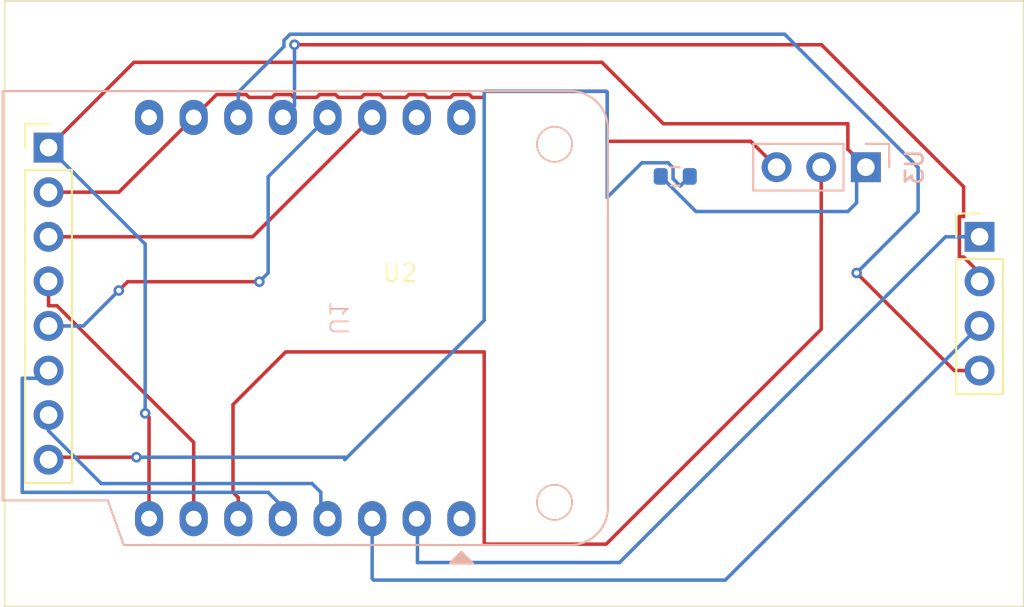
<source format=kicad_pcb>
(kicad_pcb (version 20241129) (generator "pcbnew") (generator_version "9.0")
  (layers (0 "F.Cu" signal) (2 "B.Cu" signal) (13 "F.Paste" user) (15 "B.Paste" user) (5 "F.SilkS" user "F.Silkscreen") (7 "B.SilkS" user "B.Silkscreen") (1 "F.Mask" user) (3 "B.Mask" user) (25 "Edge.Cuts" user))
  (net 0 "")
  (net 1 "Net-(U2-LED)")
  (net 2 "3v")
  (net 3 "gnd")
  (net 4 "Net-(U1-IO8)")
  (net 5 "SCK")
  (net 8 "SDA")
  (net 10 "Net-(U1-IO1)")
  (net 12 "Net-(U1-IO5)")
  (net 13 "Net-(U1-IO0)")
  (net 14 "MOSI")
  (net 15 "Net-(U1-CS0{slash}IO10)")
  (net 16 "MISO")
  (net 17 "cs")
  (footprint "asylum-weather:TFT_ST7735_SD" (layer "F.Cu") (at 162 79)
    (property "Reference" "U2" (at 0 -1.5 0) (layer "F.SilkS") (effects (font (thickness 0.1))))
    (property "Value" "TFT_ST7735_SD")
    (fp_line (start -21.33 -9.97) (end -20 -9.97) (stroke (width 0.12)) (layer "F.SilkS"))
    (fp_line (start -21.33 -8.64) (end -21.33 -9.97) (stroke (width 0.12)) (layer "F.SilkS"))
    (fp_line (start -21.33 -7.37) (end -21.33 10.47) (stroke (width 0.12)) (layer "F.SilkS"))
    (fp_line (start -21.33 -7.37) (end -18.67 -7.37) (stroke (width 0.12)) (layer "F.SilkS"))
    (fp_line (start -21.33 10.47) (end -18.67 10.47) (stroke (width 0.12)) (layer "F.SilkS"))
    (fp_line (start -18.67 -7.37) (end -18.67 10.47) (stroke (width 0.12)) (layer "F.SilkS"))
    (fp_line (start 31.67 -4.89) (end 33 -4.89) (stroke (width 0.12)) (layer "F.SilkS"))
    (fp_line (start 31.67 -3.56) (end 31.67 -4.89) (stroke (width 0.12)) (layer "F.SilkS"))
    (fp_line (start 31.67 -2.29) (end 31.67 5.39) (stroke (width 0.12)) (layer "F.SilkS"))
    (fp_line (start 31.67 -2.29) (end 34.33 -2.29) (stroke (width 0.12)) (layer "F.SilkS"))
    (fp_line (start 31.67 5.39) (end 34.33 5.39) (stroke (width 0.12)) (layer "F.SilkS"))
    (fp_line (start 34.33 -2.29) (end 34.33 5.39) (stroke (width 0.12)) (layer "F.SilkS"))
    (fp_rect (start -22.5 -17) (end 35.5 17.5) (stroke (width 0.1)) (fill no) (layer "F.SilkS"))
    (pad "1" thru_hole rect (at -20 -8.64) (size 1.7 1.7) (drill 1) (layers "*.Cu" "*.Mask") (net 2 "3v"))
    (pad "2" thru_hole oval (at -20 -6.1) (size 1.7 1.7) (drill 1) (layers "*.Cu" "*.Mask") (net 3 "gnd"))
    (pad "3" thru_hole oval (at -20 -3.56) (size 1.7 1.7) (drill 1) (layers "*.Cu" "*.Mask") (net 15 "Net-(U1-CS0{slash}IO10)"))
    (pad "4" thru_hole oval (at -20 -1.02) (size 1.7 1.7) (drill 1) (layers "*.Cu" "*.Mask") (net 12 "Net-(U1-IO5)"))
    (pad "5" thru_hole oval (at -20 1.52) (size 1.7 1.7) (drill 1) (layers "*.Cu" "*.Mask") (net 4 "Net-(U1-IO8)"))
    (pad "6" thru_hole oval (at -20 4.06) (size 1.7 1.7) (drill 1) (layers "*.Cu" "*.Mask") (net 13 "Net-(U1-IO0)"))
    (pad "7" thru_hole oval (at -20 6.6) (size 1.7 1.7) (drill 1) (layers "*.Cu" "*.Mask") (net 10 "Net-(U1-IO1)"))
    (pad "8" thru_hole oval (at -20 9.14) (size 1.7 1.7) (drill 1) (layers "*.Cu" "*.Mask") (net 1 "Net-(U2-LED)"))
    (pad "9" thru_hole rect (at 33 -3.56) (size 1.7 1.7) (drill 1) (layers "*.Cu" "*.Mask") (net 17 "cs"))
    (pad "10" thru_hole oval (at 33 -1.02) (size 1.7 1.7) (drill 1) (layers "*.Cu" "*.Mask") (net 14 "MOSI"))
    (pad "11" thru_hole oval (at 33 1.52) (size 1.7 1.7) (drill 1) (layers "*.Cu" "*.Mask") (net 16 "MISO"))
    (pad "12" thru_hole oval (at 33 4.06) (size 1.7 1.7) (drill 1) (layers "*.Cu" "*.Mask") (net 5 "SCK"))
  )
  (footprint "Resistor_SMD:R_0603_1608Metric" (layer "B.Cu") (at 177.675 72)
    (property "Reference" "R1" (hide yes))
    (property "Value" "R")
    (fp_line (start -0.237258 -0.5225) (end 0.237258 -0.5225) (stroke (width 0.12)) (layer "B.SilkS"))
    (fp_line (start -0.237258 0.5225) (end 0.237258 0.5225) (stroke (width 0.12)) (layer "B.SilkS"))
    (pad "1" smd roundrect (at -0.825 0) (size 0.8 0.95) (layers "B.Cu" "B.Mask" "B.Paste") (net 2 "3v"))
    (pad "2" smd roundrect (at 0.825 0) (size 0.8 0.95) (layers "B.Cu" "B.Mask" "B.Paste") (net 1 "Net-(U2-LED)"))
  )
  (footprint "asylum-weather:DHT11" (layer "B.Cu") (at 188.525 71.475 90)
    (property "Reference" "U3" (at 0 2.77 90) (layer "B.SilkS") (effects (justify mirror)))
    (property "Value" "AM2302")
    (fp_line (start -1.33 -6.41) (end 1.33 -6.41) (stroke (width 0.12)) (layer "B.SilkS"))
    (fp_line (start 1.33 -1.27) (end 1.33 -6.41) (stroke (width 0.12)) (layer "B.SilkS"))
    (fp_line (start -1.33 -1.27) (end -1.33 -6.41) (stroke (width 0.12)) (layer "B.SilkS"))
    (fp_line (start -1.33 -1.27) (end 1.33 -1.27) (stroke (width 0.12)) (layer "B.SilkS"))
    (fp_line (start 1.33 1.33) (end 1.33 0) (stroke (width 0.12)) (layer "B.SilkS"))
    (fp_line (start 0 1.33) (end 1.33 1.33) (stroke (width 0.12)) (layer "B.SilkS"))
    (pad "1" thru_hole rect (at 0 0 90) (size 1.7 1.7) (drill 1) (layers "F&B.Cu" "*.Mask") (net 2 "3v"))
    (pad "2" thru_hole oval (at 0 -2.54 90) (size 1.7 1.7) (drill 1) (layers "F&B.Cu" "*.Mask") (net 8 "SDA"))
    (pad "3" thru_hole oval (at 0 -5.08 90) (size 1.7 1.7) (drill 1) (layers "F&B.Cu" "*.Mask") (net 3 "gnd"))
  )
  (footprint "asylum-weather:WEMOS_C3_mini" (layer "B.Cu") (at 158 80.07 90)
    (property "Reference" "U1" (at 0 0.5 -90) (layer "B.SilkS") (effects (font (thickness 0.1)) (justify mirror)))
    (property "Value" "WEMOS_C3_Mini")
    (fp_line (start 12.93 -18.62) (end 12.93 13.71) (stroke (width 0.12)) (layer "B.SilkS"))
    (fp_line (start -10.39 -18.62) (end 12.93 -18.62) (stroke (width 0.12)) (layer "B.SilkS"))
    (fp_line (start -10.39 -12.63) (end -10.39 -18.62) (stroke (width 0.12)) (layer "B.SilkS"))
    (fp_line (start -12.93 -11.72) (end -10.39 -12.63) (stroke (width 0.12)) (layer "B.SilkS"))
    (fp_line (start -12.93 -11.72) (end -12.93 13.71) (stroke (width 0.12)) (layer "B.SilkS"))
    (fp_line (start 10.81 15.84) (end -10.8 15.84) (stroke (width 0.12)) (layer "B.SilkS"))
    (fp_arc (start 12.93 13.71) (mid 12.306137 15.216137) (end 10.8 15.84) (stroke (width 0.12)) (layer "B.SilkS"))
    (fp_arc (start -10.8 15.84) (mid -12.306137 15.216137) (end -12.93 13.71) (stroke (width 0.12)) (layer "B.SilkS"))
    (fp_circle (center 9.9 12.8) (end 10.9 12.8) (stroke (width 0.1)) (fill no) (layer "B.SilkS"))
    (fp_circle (center -10.5 12.8) (end -9.5 12.8) (stroke (width 0.1)) (fill no) (layer "B.SilkS"))
    (fp_poly (pts (xy -13.97 8.135) (xy -13.97 6.865) (xy -13.335 7.5)) (stroke (width 0.15)) (fill yes) (layer "B.SilkS"))
    (pad "1" thru_hole oval (at -11.43 7.5 90) (size 2 1.6) (drill 0.9) (layers "F&B.Cu" "*.Mask"))
    (pad "2" thru_hole oval (at -11.43 4.96 90) (size 2 1.6) (drill 0.9) (layers "F&B.Cu" "*.Mask") (net 17 "cs"))
    (pad "3" thru_hole oval (at -11.43 2.42 90) (size 2 1.6) (drill 0.9) (layers "F&B.Cu" "*.Mask") (net 16 "MISO"))
    (pad "4" thru_hole oval (at -11.43 -0.12 90) (size 2 1.6) (drill 0.9) (layers "F&B.Cu" "*.Mask") (net 10 "Net-(U1-IO1)"))
    (pad "5" thru_hole oval (at -11.43 -2.66 90) (size 2 1.6) (drill 0.9) (layers "F&B.Cu" "*.Mask") (net 13 "Net-(U1-IO0)"))
    (pad "6" thru_hole oval (at -11.43 -5.2 90) (size 2 1.6) (drill 0.9) (layers "F&B.Cu" "*.Mask") (net 8 "SDA"))
    (pad "7" thru_hole oval (at -11.43 -7.74 90) (size 2 1.6) (drill 0.9) (layers "F&B.Cu" "*.Mask") (net 12 "Net-(U1-IO5)"))
    (pad "8" thru_hole oval (at -11.43 -10.28 90) (size 2 1.6) (drill 0.9) (layers "F&B.Cu" "*.Mask") (net 2 "3v"))
    (pad "9" thru_hole oval (at 11.43 -10.28 90) (size 2 1.6) (drill 0.9) (layers "F&B.Cu" "*.Mask"))
    (pad "10" thru_hole oval (at 11.43 -7.74 90) (size 2 1.6) (drill 0.9) (layers "F&B.Cu" "*.Mask") (net 3 "gnd"))
    (pad "11" thru_hole oval (at 11.43 -5.2 90) (size 2 1.6) (drill 0.9) (layers "F&B.Cu" "*.Mask") (net 5 "SCK"))
    (pad "12" thru_hole oval (at 11.43 -2.66 90) (size 2 1.6) (drill 0.9) (layers "F&B.Cu" "*.Mask") (net 14 "MOSI"))
    (pad "13" thru_hole oval (at 11.43 -0.12 90) (size 2 1.6) (drill 0.9) (layers "F&B.Cu" "*.Mask") (net 4 "Net-(U1-IO8)"))
    (pad "14" thru_hole oval (at 11.43 2.42 90) (size 2 1.6) (drill 0.9) (layers "F&B.Cu" "*.Mask") (net 15 "Net-(U1-CS0{slash}IO10)"))
    (pad "15" thru_hole oval (at 11.43 4.96 90) (size 2 1.6) (drill 0.9) (layers "F&B.Cu" "*.Mask"))
    (pad "16" thru_hole oval (at 11.43 7.5 90) (size 2 1.6) (drill 0.9) (layers "F&B.Cu" "*.Mask"))
  )
  (gr_rect (start 139.5 62) (end 197.5 96.5) (stroke (width 0.05)) (fill no) (layer "Edge.Cuts"))
  (segment (start 147 88) (end 142.14 88) (width 0.2) (layer "F.Cu") (net 1))
  (segment (start 142.14 88) (end 142 88.14) (width 0.2) (layer "F.Cu") (net 1))
  (via (at 147 88) (size 0.6) (drill 0.3) (layers "F.Cu" "B.Cu") (net 1))
  (segment (start 166.799 80.201) (end 159 88) (width 0.2) (layer "B.Cu") (net 1))
  (segment (start 178.5 72) (end 177.95855 72.54145) (width 0.2) (layer "B.Cu") (net 1))
  (segment (start 173.801 67.208164) (end 173.741836 67.149) (width 0.2) (layer "B.Cu") (net 1))
  (segment (start 159 88) (end 147 88) (width 0.2) (layer "B.Cu") (net 1))
  (segment (start 177.551 72.1339) (end 177.551 71.511936) (width 0.2) (layer "B.Cu") (net 1))
  (segment (start 177.263064 71.224) (end 175.776 71.224) (width 0.2) (layer "B.Cu") (net 1))
  (segment (start 177.551 71.511936) (end 177.263064 71.224) (width 0.2) (layer "B.Cu") (net 1))
  (segment (start 175.776 71.224) (end 173.801 73.199) (width 0.2) (layer "B.Cu") (net 1))
  (segment (start 159 88) (end 158.86 88.14) (width 0.2) (layer "B.Cu") (net 1))
  (segment (start 166.799 67.208164) (end 166.799 80.201) (width 0.2) (layer "B.Cu") (net 1))
  (segment (start 173.741836 67.149) (end 166.858164 67.149) (width 0.2) (layer "B.Cu") (net 1))
  (segment (start 166.858164 67.149) (end 166.799 67.208164) (width 0.2) (layer "B.Cu") (net 1))
  (segment (start 177.95855 72.54145) (end 177.551 72.1339) (width 0.2) (layer "B.Cu") (net 1))
  (segment (start 173.801 73.199) (end 173.801 67.208164) (width 0.2) (layer "B.Cu") (net 1))
  (segment (start 147.72 91.5) (end 147.72 85.72) (width 0.2) (layer "F.Cu") (net 2))
  (segment (start 173.5 65.5) (end 177 69) (width 0.2) (layer "F.Cu") (net 2))
  (segment (start 177 69) (end 187.5 69) (width 0.2) (layer "F.Cu") (net 2))
  (segment (start 187.5 70.45) (end 188.525 71.475) (width 0.2) (layer "F.Cu") (net 2))
  (segment (start 187.5 69) (end 187.5 70.45) (width 0.2) (layer "F.Cu") (net 2))
  (segment (start 142 70.36) (end 146.86 65.5) (width 0.2) (layer "F.Cu") (net 2))
  (segment (start 147.72 85.72) (end 147.5 85.5) (width 0.2) (layer "F.Cu") (net 2))
  (segment (start 146.86 65.5) (end 173.5 65.5) (width 0.2) (layer "F.Cu") (net 2))
  (via (at 147.5 85.5) (size 0.6) (drill 0.3) (layers "F.Cu" "B.Cu") (net 2))
  (segment (start 188 73.5) (end 188 72) (width 0.2) (layer "B.Cu") (net 2))
  (segment (start 187.5 74) (end 188 73.5) (width 0.2) (layer "B.Cu") (net 2))
  (segment (start 178.85 74) (end 187.5 74) (width 0.2) (layer "B.Cu") (net 2))
  (segment (start 188 72) (end 188.525 71.475) (width 0.2) (layer "B.Cu") (net 2))
  (segment (start 147.5 85.5) (end 147.5 75.86) (width 0.2) (layer "B.Cu") (net 2))
  (segment (start 176.85 72) (end 178.85 74) (width 0.2) (layer "B.Cu") (net 2))
  (segment (start 147.5 75.86) (end 142 70.36) (width 0.2) (layer "B.Cu") (net 2))
  (segment (start 159.802951 67.5) (end 158.497049 67.5) (width 0.2) (layer "F.Cu") (net 3))
  (segment (start 159.963951 67.339) (end 159.802951 67.5) (width 0.2) (layer "F.Cu") (net 3))
  (segment (start 173.741836 67.149) (end 166.858164 67.149) (width 0.2) (layer "F.Cu") (net 3))
  (segment (start 154.883951 67.339) (end 154.722951 67.5) (width 0.2) (layer "F.Cu") (net 3))
  (segment (start 154.722951 67.5) (end 153.417049 67.5) (width 0.2) (layer "F.Cu") (net 3))
  (segment (start 162.342951 67.5) (end 161.037049 67.5) (width 0.2) (layer "F.Cu") (net 3))
  (segment (start 166.117049 67.5) (end 165.956049 67.339) (width 0.2) (layer "F.Cu") (net 3))
  (segment (start 166.799 67.5) (end 166.117049 67.5) (width 0.2) (layer "F.Cu") (net 3))
  (segment (start 161.037049 67.5) (end 160.876049 67.339) (width 0.2) (layer "F.Cu") (net 3))
  (segment (start 157.262951 67.5) (end 155.957049 67.5) (width 0.2) (layer "F.Cu") (net 3))
  (segment (start 163.577049 67.5) (end 163.416049 67.339) (width 0.2) (layer "F.Cu") (net 3))
  (segment (start 166.799 67.208164) (end 166.799 67.5) (width 0.2) (layer "F.Cu") (net 3))
  (segment (start 155.957049 67.5) (end 155.796049 67.339) (width 0.2) (layer "F.Cu") (net 3))
  (segment (start 173.801 67.208164) (end 173.741836 67.149) (width 0.2) (layer "F.Cu") (net 3))
  (segment (start 153.417049 67.5) (end 153.256049 67.339) (width 0.2) (layer "F.Cu") (net 3))
  (segment (start 165.043951 67.339) (end 164.882951 67.5) (width 0.2) (layer "F.Cu") (net 3))
  (segment (start 153.256049 67.339) (end 151.561 67.339) (width 0.2) (layer "F.Cu") (net 3))
  (segment (start 181.97 70) (end 173.801 70) (width 0.2) (layer "F.Cu") (net 3))
  (segment (start 164.882951 67.5) (end 163.577049 67.5) (width 0.2) (layer "F.Cu") (net 3))
  (segment (start 151.561 67.339) (end 150.26 68.64) (width 0.2) (layer "F.Cu") (net 3))
  (segment (start 160.876049 67.339) (end 159.963951 67.339) (width 0.2) (layer "F.Cu") (net 3))
  (segment (start 157.423951 67.339) (end 157.262951 67.5) (width 0.2) (layer "F.Cu") (net 3))
  (segment (start 165.956049 67.339) (end 165.043951 67.339) (width 0.2) (layer "F.Cu") (net 3))
  (segment (start 158.336049 67.339) (end 157.423951 67.339) (width 0.2) (layer "F.Cu") (net 3))
  (segment (start 155.796049 67.339) (end 154.883951 67.339) (width 0.2) (layer "F.Cu") (net 3))
  (segment (start 142 72.9) (end 146 72.9) (width 0.2) (layer "F.Cu") (net 3))
  (segment (start 173.801 70) (end 173.801 67.208164) (width 0.2) (layer "F.Cu") (net 3))
  (segment (start 158.497049 67.5) (end 158.336049 67.339) (width 0.2) (layer "F.Cu") (net 3))
  (segment (start 166.858164 67.149) (end 166.799 67.208164) (width 0.2) (layer "F.Cu") (net 3))
  (segment (start 183.445 71.475) (end 181.97 70) (width 0.2) (layer "F.Cu") (net 3))
  (segment (start 162.503951 67.339) (end 162.342951 67.5) (width 0.2) (layer "F.Cu") (net 3))
  (segment (start 163.416049 67.339) (end 162.503951 67.339) (width 0.2) (layer "F.Cu") (net 3))
  (segment (start 146 72.9) (end 150.26 68.64) (width 0.2) (layer "F.Cu") (net 3))
  (segment (start 146 78.5) (end 146.5 78) (width 0.2) (layer "F.Cu") (net 4))
  (segment (start 146.5 78) (end 154 78) (width 0.2) (layer "F.Cu") (net 4))
  (via (at 154 78) (size 0.6) (drill 0.3) (layers "F.Cu" "B.Cu") (net 4))
  (via (at 146 78.5) (size 0.6) (drill 0.3) (layers "F.Cu" "B.Cu") (net 4))
  (segment (start 154 78) (end 154.5 77.5) (width 0.2) (layer "B.Cu") (net 4))
  (segment (start 143.98 80.52) (end 146 78.5) (width 0.2) (layer "B.Cu") (net 4))
  (segment (start 154.5 77.5) (end 154.5 72.02) (width 0.2) (layer "B.Cu") (net 4))
  (segment (start 154.5 72.02) (end 157.88 68.64) (width 0.2) (layer "B.Cu") (net 4))
  (segment (start 142 80.52) (end 143.98 80.52) (width 0.2) (layer "B.Cu") (net 4))
  (segment (start 188 77.5) (end 193.56 83.06) (width 0.2) (layer "F.Cu") (net 5))
  (segment (start 193.56 83.06) (end 195 83.06) (width 0.2) (layer "F.Cu") (net 5))
  (via (at 188 77.5) (size 0.6) (drill 0.3) (layers "F.Cu" "B.Cu") (net 5))
  (segment (start 155.399 64.601) (end 155.399 64.251057) (width 0.2) (layer "B.Cu") (net 5))
  (segment (start 191.5 74) (end 188 77.5) (width 0.2) (layer "B.Cu") (net 5))
  (segment (start 191.5 71.5) (end 191.5 74) (width 0.2) (layer "B.Cu") (net 5))
  (segment (start 155.751057 63.899) (end 183.899 63.899) (width 0.2) (layer "B.Cu") (net 5))
  (segment (start 152.8 68.64) (end 152.8 67.2) (width 0.2) (layer "B.Cu") (net 5))
  (segment (start 183.899 63.899) (end 191.5 71.5) (width 0.2) (layer "B.Cu") (net 5))
  (segment (start 152.8 67.2) (end 155.399 64.601) (width 0.2) (layer "B.Cu") (net 5))
  (segment (start 155.399 64.251057) (end 155.751057 63.899) (width 0.2) (layer "B.Cu") (net 5))
  (segment (start 155.5 82) (end 166.799 82) (width 0.2) (layer "F.Cu") (net 8))
  (segment (start 152.5 90) (end 152.5 85) (width 0.2) (layer "F.Cu") (net 8))
  (segment (start 166.799 82) (end 166.799 92.891836) (width 0.2) (layer "F.Cu") (net 8))
  (segment (start 166.858164 92.951) (end 173.741836 92.951) (width 0.2) (layer "F.Cu") (net 8))
  (segment (start 166.799 92.891836) (end 166.858164 92.951) (width 0.2) (layer "F.Cu") (net 8))
  (segment (start 152.5 85) (end 155.5 82) (width 0.2) (layer "F.Cu") (net 8))
  (segment (start 152.8 91.5) (end 152.8 90.3) (width 0.2) (layer "F.Cu") (net 8))
  (segment (start 185.985 80.707836) (end 185.985 71.475) (width 0.2) (layer "F.Cu") (net 8))
  (segment (start 173.741836 92.951) (end 185.985 80.707836) (width 0.2) (layer "F.Cu") (net 8))
  (segment (start 152.8 90.3) (end 152.5 90) (width 0.2) (layer "F.Cu") (net 8))
  (segment (start 145 89.5) (end 157 89.5) (width 0.2) (layer "B.Cu") (net 10))
  (segment (start 142 86.5) (end 145 89.5) (width 0.2) (layer "B.Cu") (net 10))
  (segment (start 142 85.6) (end 142 86.5) (width 0.2) (layer "B.Cu") (net 10))
  (segment (start 157.5 91.12) (end 157.88 91.5) (width 0.2) (layer "B.Cu") (net 10))
  (segment (start 157 89.5) (end 157.5 90) (width 0.2) (layer "B.Cu") (net 10))
  (segment (start 157.5 90) (end 157.5 91.12) (width 0.2) (layer "B.Cu") (net 10))
  (segment (start 150.26 87.15224) (end 150.26 91.5) (width 0.2) (layer "F.Cu") (net 12))
  (segment (start 142 79.369) (end 142.47676 79.369) (width 0.2) (layer "F.Cu") (net 12))
  (segment (start 142 77.98) (end 142 79.369) (width 0.2) (layer "F.Cu") (net 12))
  (segment (start 142.47676 79.369) (end 150.26 87.15224) (width 0.2) (layer "F.Cu") (net 12))
  (segment (start 155.34 90.84) (end 154.5 90) (width 0.2) (layer "B.Cu") (net 13))
  (segment (start 140.5 90) (end 140.5 83.5) (width 0.2) (layer "B.Cu") (net 13))
  (segment (start 140.5 83.5) (end 141.56 83.5) (width 0.2) (layer "B.Cu") (net 13))
  (segment (start 154.5 90) (end 140.5 90) (width 0.2) (layer "B.Cu") (net 13))
  (segment (start 155.34 91.5) (end 155.34 90.84) (width 0.2) (layer "B.Cu") (net 13))
  (segment (start 141.56 83.5) (end 142 83.06) (width 0.2) (layer "B.Cu") (net 13))
  (segment (start 186 64.5) (end 156 64.5) (width 0.2) (layer "F.Cu") (net 14))
  (segment (start 194.091 76.591) (end 193.849 76.591) (width 0.2) (layer "F.Cu") (net 14))
  (segment (start 194.091 72.591) (end 186 64.5) (width 0.2) (layer "F.Cu") (net 14))
  (segment (start 193.849 76.591) (end 193.849 74.289) (width 0.2) (layer "F.Cu") (net 14))
  (segment (start 193.849 74.289) (end 194.091 74.289) (width 0.2) (layer "F.Cu") (net 14))
  (segment (start 195 77.5) (end 194.091 76.591) (width 0.2) (layer "F.Cu") (net 14))
  (segment (start 195 77.98) (end 195 77.5) (width 0.2) (layer "F.Cu") (net 14))
  (segment (start 194.091 74.289) (end 194.091 72.591) (width 0.2) (layer "F.Cu") (net 14))
  (via (at 156 64.5) (size 0.6) (drill 0.3) (layers "F.Cu" "B.Cu") (net 14))
  (segment (start 156 64.5) (end 156 67.98) (width 0.2) (layer "B.Cu") (net 14))
  (segment (start 156 67.98) (end 155.34 68.64) (width 0.2) (layer "B.Cu") (net 14))
  (segment (start 142 75.44) (end 153.62 75.44) (width 0.2) (layer "F.Cu") (net 15))
  (segment (start 153.62 75.44) (end 160.42 68.64) (width 0.2) (layer "F.Cu") (net 15))
  (segment (start 160.42 94.92) (end 160.5 95) (width 0.2) (layer "B.Cu") (net 16))
  (segment (start 160.5 95) (end 180.52 95) (width 0.2) (layer "B.Cu") (net 16))
  (segment (start 180.52 95) (end 195 80.52) (width 0.2) (layer "B.Cu") (net 16))
  (segment (start 160.42 91.5) (end 160.42 94.92) (width 0.2) (layer "B.Cu") (net 16))
  (segment (start 174.5 94) (end 193.06 75.44) (width 0.2) (layer "B.Cu") (net 17))
  (segment (start 162.96 91.5) (end 163 91.54) (width 0.2) (layer "B.Cu") (net 17))
  (segment (start 163 94) (end 174.5 94) (width 0.2) (layer "B.Cu") (net 17))
  (segment (start 163 91.54) (end 163 94) (width 0.2) (layer "B.Cu") (net 17))
  (segment (start 193.06 75.44) (end 195 75.44) (width 0.2) (layer "B.Cu") (net 17))
)
</source>
